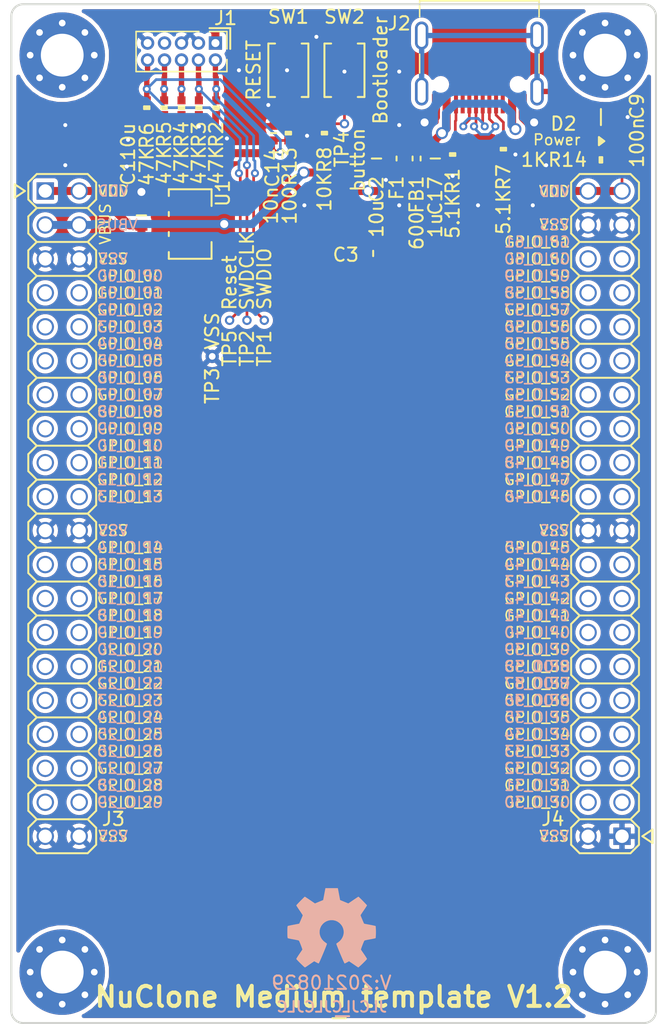
<source format=kicad_pcb>
(kicad_pcb (version 20171130) (host pcbnew 5.1.10-88a1d61d58~90~ubuntu21.04.1)
  (layers (0 F.Cu signal) (31 B.Cu signal) (34 B.Paste user) (35 F.Paste user) (36 B.SilkS user) (37 F.SilkS user) (38 B.Mask user) (39 F.Mask user) (44 Edge.Cuts user))
  (net 0 "")
  (net 1 /VBUS)
  (net 2 "Net-(F1-Pad2)")
  (net 3 /VDD)
  (net 4 "Net-(C9-Pad2)")
  (net 5 /VSS)
  (net 6 "Net-(J1-Pad7)")
  (net 7 /GPIO_28)
  (net 8 /GPIO_29)
  (net 9 /GPIO_32)
  (net 10 /GPIO_31)
  (net 11 /GPIO_30)
  (net 12 /GPIO_35)
  (net 13 /GPIO_34)
  (net 14 /GPIO_33)
  (net 15 /TMS)
  (net 16 /TCK)
  (net 17 /TDO)
  (net 18 /TDI)
  (net 19 /RESET)
  (net 20 "Net-(R13-Pad2)")
  (net 21 "Net-(D2-Pad2)")
  (net 22 "Net-(C17-Pad2)")
  (net 23 "Net-(J2-PadB5)")
  (net 24 "Net-(J2-PadB8)")
  (net 25 "Net-(J2-PadA8)")
  (net 26 "Net-(J2-PadA5)")
  (net 27 "Net-(J2-PadA6)")
  (net 28 "Net-(J2-PadA7)")
  (net 29 /Bootloader)
  (net 30 /GPIO_20)
  (net 31 /GPIO_23)
  (net 32 /GPIO_27)
  (net 33 /GPIO_16)
  (net 34 /GPIO_21)
  (net 35 /GPIO_19)
  (net 36 /GPIO_17)
  (net 37 /GPIO_18)
  (net 38 /GPIO_15)
  (net 39 /GPIO_14)
  (net 40 /GPIO_22)
  (net 41 /GPIO_24)
  (net 42 /GPIO_25)
  (net 43 /GPIO_26)
  (net 44 /GPIO_13)
  (net 45 /GPIO_12)
  (net 46 /GPIO_11)
  (net 47 /GPIO_10)
  (net 48 /GPIO_09)
  (net 49 /GPIO_08)
  (net 50 /GPIO_07)
  (net 51 /GPIO_06)
  (net 52 /GPIO_05)
  (net 53 /GPIO_04)
  (net 54 /GPIO_03)
  (net 55 /GPIO_02)
  (net 56 /GPIO_01)
  (net 57 /GPIO_00)
  (net 58 /GPIO_41)
  (net 59 /GPIO_40)
  (net 60 /GPIO_39)
  (net 61 /GPIO_38)
  (net 62 /GPIO_37)
  (net 63 /GPIO_36)
  (net 64 /GPIO_45)
  (net 65 /GPIO_44)
  (net 66 /GPIO_43)
  (net 67 /GPIO_42)
  (net 68 /GPIO_61)
  (net 69 /GPIO_60)
  (net 70 /GPIO_59)
  (net 71 /GPIO_58)
  (net 72 /GPIO_57)
  (net 73 /GPIO_56)
  (net 74 /GPIO_55)
  (net 75 /GPIO_54)
  (net 76 /GPIO_53)
  (net 77 /GPIO_52)
  (net 78 /GPIO_51)
  (net 79 /GPIO_50)
  (net 80 /GPIO_49)
  (net 81 /GPIO_48)
  (net 82 /GPIO_47)
  (net 83 /GPIO_46)
  (module SquantorConnectorsNamed:nuclone_medium_left (layer F.Cu) (at 64.77 99.06 270)
    (fp_text reference J3 (at 22.84 -3.83 180) (layer F.SilkS))
    (fp_text value nuclone_medium_left)
    (fp_text user VSS (at 24.13 -3.81) (layer F.SilkS) (effects (font (size 0.8 0.8) (thickness 0.12))))
    (fp_text user GPIO_29 (at 21.59 -5.08) (layer F.SilkS) (effects (font (size 0.8 0.8) (thickness 0.12))))
    (fp_text user GPIO_28 (at 20.32 -5.08) (layer F.SilkS) (effects (font (size 0.8 0.8) (thickness 0.12))))
    (fp_text user GPIO_27 (at 19.05 -5.08) (layer F.SilkS) (effects (font (size 0.8 0.8) (thickness 0.12))))
    (fp_text user GPIO_26 (at 17.78 -5.08) (layer F.SilkS) (effects (font (size 0.8 0.8) (thickness 0.12))))
    (fp_text user GPIO_25 (at 16.51 -5.08) (layer F.SilkS) (effects (font (size 0.8 0.8) (thickness 0.12))))
    (fp_text user GPIO_24 (at 15.24 -5.08) (layer F.SilkS) (effects (font (size 0.8 0.8) (thickness 0.12))))
    (fp_text user GPIO_23 (at 13.97 -5.08) (layer F.SilkS) (effects (font (size 0.8 0.8) (thickness 0.12))))
    (fp_text user GPIO_22 (at 12.7 -5.08) (layer F.SilkS) (effects (font (size 0.8 0.8) (thickness 0.12))))
    (fp_text user GPIO_21 (at 11.43 -5.08) (layer F.SilkS) (effects (font (size 0.8 0.8) (thickness 0.12))))
    (fp_text user GPIO_20 (at 10.16 -5.08) (layer F.SilkS) (effects (font (size 0.8 0.8) (thickness 0.12))))
    (fp_text user GPIO_19 (at 8.89 -5.08) (layer F.SilkS) (effects (font (size 0.8 0.8) (thickness 0.12))))
    (fp_text user GPIO_18 (at 7.62 -5.08) (layer F.SilkS) (effects (font (size 0.8 0.8) (thickness 0.12))))
    (fp_text user GPIO_17 (at 6.35 -5.08) (layer F.SilkS) (effects (font (size 0.8 0.8) (thickness 0.12))))
    (fp_text user GPIO_16 (at 5.08 -5.08) (layer F.SilkS) (effects (font (size 0.8 0.8) (thickness 0.12))))
    (fp_text user GPIO_15 (at 3.81 -5.08) (layer F.SilkS) (effects (font (size 0.8 0.8) (thickness 0.12))))
    (fp_text user GPIO_14 (at 2.54 -5.08) (layer F.SilkS) (effects (font (size 0.8 0.8) (thickness 0.12))))
    (fp_text user VSS (at 1.27 -3.81 180) (layer F.SilkS) (effects (font (size 0.8 0.8) (thickness 0.12))))
    (fp_text user GPIO_13 (at -1.27 -5.08) (layer F.SilkS) (effects (font (size 0.8 0.8) (thickness 0.12))))
    (fp_text user GPIO_12 (at -2.54 -5.08) (layer F.SilkS) (effects (font (size 0.8 0.8) (thickness 0.12))))
    (fp_text user GPIO_11 (at -3.81 -5.08) (layer F.SilkS) (effects (font (size 0.8 0.8) (thickness 0.12))))
    (fp_text user GPIO_10 (at -5.08 -5.08) (layer F.SilkS) (effects (font (size 0.8 0.8) (thickness 0.12))))
    (fp_text user GPIO_09 (at -6.35 -5.08) (layer F.SilkS) (effects (font (size 0.8 0.8) (thickness 0.12))))
    (fp_text user GPIO_08 (at -7.62 -5.08) (layer F.SilkS) (effects (font (size 0.8 0.8) (thickness 0.12))))
    (fp_text user GPIO_07 (at -8.89 -5.08) (layer F.SilkS) (effects (font (size 0.8 0.8) (thickness 0.12))))
    (fp_text user GPIO_06 (at -10.16 -5.08) (layer F.SilkS) (effects (font (size 0.8 0.8) (thickness 0.12))))
    (fp_text user GPIO_05 (at -11.43 -5.08) (layer F.SilkS) (effects (font (size 0.8 0.8) (thickness 0.12))))
    (fp_text user GPIO_04 (at -12.7 -5.08) (layer F.SilkS) (effects (font (size 0.8 0.8) (thickness 0.12))))
    (fp_text user GPIO_03 (at -13.97 -5.08) (layer F.SilkS) (effects (font (size 0.8 0.8) (thickness 0.12))))
    (fp_text user GPIO_02 (at -15.24 -5.08) (layer F.SilkS) (effects (font (size 0.8 0.8) (thickness 0.12))))
    (fp_text user GPIO_01 (at -16.51 -5.08) (layer F.SilkS) (effects (font (size 0.8 0.8) (thickness 0.12))))
    (fp_text user GPIO_00 (at -17.78 -5.08) (layer F.SilkS) (effects (font (size 0.8 0.8) (thickness 0.12))))
    (fp_text user VSS (at -19.05 -3.8) (layer F.SilkS) (effects (font (size 0.8 0.8) (thickness 0.12))))
    (fp_text user VBUS (at -21.66 -3.23 270) (layer F.SilkS) (effects (font (size 0.8 0.8) (thickness 0.12))))
    (fp_text user VDD (at -24.13 -3.83 180) (layer F.SilkS) (effects (font (size 0.8 0.8) (thickness 0.12))))
    (fp_text user VSS (at 24.13 -3.81) (layer B.SilkS) (effects (font (size 0.8 0.8) (thickness 0.12)) (justify mirror)))
    (fp_text user GPIO_28 (at 20.32 -5.08) (layer B.SilkS) (effects (font (size 0.8 0.8) (thickness 0.12)) (justify mirror)))
    (fp_text user GPIO_29 (at 21.59 -5.08) (layer B.SilkS) (effects (font (size 0.8 0.8) (thickness 0.12)) (justify mirror)))
    (fp_text user VSS (at 1.27 -3.81) (layer B.SilkS) (effects (font (size 0.8 0.8) (thickness 0.12)) (justify mirror)))
    (fp_text user GPIO_15 (at 3.82 -5.08) (layer B.SilkS) (effects (font (size 0.8 0.8) (thickness 0.12)) (justify mirror)))
    (fp_text user GPIO_26 (at 17.78 -5.08) (layer B.SilkS) (effects (font (size 0.8 0.8) (thickness 0.12)) (justify mirror)))
    (fp_text user GPIO_24 (at 15.24 -5.08) (layer B.SilkS) (effects (font (size 0.8 0.8) (thickness 0.12)) (justify mirror)))
    (fp_text user GPIO_22 (at 12.7 -5.08) (layer B.SilkS) (effects (font (size 0.8 0.8) (thickness 0.12)) (justify mirror)))
    (fp_text user GPIO_20 (at 10.16 -5.08) (layer B.SilkS) (effects (font (size 0.8 0.8) (thickness 0.12)) (justify mirror)))
    (fp_text user GPIO_18 (at 7.62 -5.08) (layer B.SilkS) (effects (font (size 0.8 0.8) (thickness 0.12)) (justify mirror)))
    (fp_text user GPIO_27 (at 19.05 -5.08) (layer B.SilkS) (effects (font (size 0.8 0.8) (thickness 0.12)) (justify mirror)))
    (fp_text user GPIO_25 (at 16.51 -5.08) (layer B.SilkS) (effects (font (size 0.8 0.8) (thickness 0.12)) (justify mirror)))
    (fp_text user GPIO_23 (at 13.97 -5.08) (layer B.SilkS) (effects (font (size 0.8 0.8) (thickness 0.12)) (justify mirror)))
    (fp_text user GPIO_21 (at 11.43 -5.08) (layer B.SilkS) (effects (font (size 0.8 0.8) (thickness 0.12)) (justify mirror)))
    (fp_text user GPIO_19 (at 8.89 -5.08) (layer B.SilkS) (effects (font (size 0.8 0.8) (thickness 0.12)) (justify mirror)))
    (fp_text user GPIO_16 (at 5.08 -5.08) (layer B.SilkS) (effects (font (size 0.8 0.8) (thickness 0.12)) (justify mirror)))
    (fp_text user GPIO_17 (at 6.35 -5.08) (layer B.SilkS) (effects (font (size 0.8 0.8) (thickness 0.12)) (justify mirror)))
    (fp_text user GPIO_14 (at 2.54 -5.08) (layer B.SilkS) (effects (font (size 0.8 0.8) (thickness 0.12)) (justify mirror)))
    (fp_text user VBUS (at -21.59 -4.1) (layer B.SilkS) (effects (font (size 0.8 0.8) (thickness 0.12)) (justify mirror)))
    (fp_text user VDD (at -24.13 -3.81) (layer B.SilkS) (effects (font (size 0.8 0.8) (thickness 0.12)) (justify mirror)))
    (fp_text user GPIO_12 (at -2.54 -5.08) (layer B.SilkS) (effects (font (size 0.8 0.8) (thickness 0.12)) (justify mirror)))
    (fp_text user GPIO_10 (at -5.08 -5.08) (layer B.SilkS) (effects (font (size 0.8 0.8) (thickness 0.12)) (justify mirror)))
    (fp_text user GPIO_08 (at -7.62 -5.08) (layer B.SilkS) (effects (font (size 0.8 0.8) (thickness 0.12)) (justify mirror)))
    (fp_text user GPIO_06 (at -10.16 -5.08) (layer B.SilkS) (effects (font (size 0.8 0.8) (thickness 0.12)) (justify mirror)))
    (fp_text user GPIO_04 (at -12.7 -5.08) (layer B.SilkS) (effects (font (size 0.8 0.8) (thickness 0.12)) (justify mirror)))
    (fp_text user GPIO_13 (at -1.27 -5.08) (layer B.SilkS) (effects (font (size 0.8 0.8) (thickness 0.12)) (justify mirror)))
    (fp_text user GPIO_11 (at -3.81 -5.08) (layer B.SilkS) (effects (font (size 0.8 0.8) (thickness 0.12)) (justify mirror)))
    (fp_text user GPIO_09 (at -6.35 -5.08) (layer B.SilkS) (effects (font (size 0.8 0.8) (thickness 0.12)) (justify mirror)))
    (fp_text user GPIO_07 (at -8.89 -5.08) (layer B.SilkS) (effects (font (size 0.8 0.8) (thickness 0.12)) (justify mirror)))
    (fp_text user GPIO_05 (at -11.43 -5.08) (layer B.SilkS) (effects (font (size 0.8 0.8) (thickness 0.12)) (justify mirror)))
    (fp_text user GPIO_03 (at -13.97 -5.08) (layer B.SilkS) (effects (font (size 0.8 0.8) (thickness 0.12)) (justify mirror)))
    (fp_text user GPIO_02 (at -15.24 -5.08) (layer B.SilkS) (effects (font (size 0.8 0.8) (thickness 0.12)) (justify mirror)))
    (fp_text user GPIO_01 (at -16.51 -5.08) (layer B.SilkS) (effects (font (size 0.8 0.8) (thickness 0.12)) (justify mirror)))
    (fp_text user GPIO_00 (at -17.78 -5.08) (layer B.SilkS) (effects (font (size 0.8 0.8) (thickness 0.12)) (justify mirror)))
    (fp_text user VSS (at -19.05 -3.81) (layer B.SilkS) (effects (font (size 0.8 0.8) (thickness 0.12)) (justify mirror)))
    (pad 37 thru_hole circle (at 21.59 1.27 270) (size 1.3 1.3) (drill 1) (layers *.Cu *.Mask) (net 7 /GPIO_28))
    (pad 29 thru_hole circle (at 11.43 1.27 270) (size 1.3 1.3) (drill 1) (layers *.Cu *.Mask) (net 30 /GPIO_20))
    (pad 32 thru_hole circle (at 13.97 -1.27 270) (size 1.3 1.3) (drill 1) (layers *.Cu *.Mask) (net 31 /GPIO_23))
    (pad 40 thru_hole circle (at 24.13 -1.27 270) (size 1.3 1.3) (drill 1) (layers *.Cu *.Mask) (net 5 /VSS))
    (pad 36 thru_hole circle (at 19.05 -1.27 270) (size 1.3 1.3) (drill 1) (layers *.Cu *.Mask) (net 32 /GPIO_27))
    (pad 38 thru_hole circle (at 21.59 -1.27 270) (size 1.3 1.3) (drill 1) (layers *.Cu *.Mask) (net 8 /GPIO_29))
    (pad 25 thru_hole circle (at 6.35 1.27 270) (size 1.3 1.3) (drill 1) (layers *.Cu *.Mask) (net 33 /GPIO_16))
    (pad 30 thru_hole circle (at 11.43 -1.27 270) (size 1.3 1.3) (drill 1) (layers *.Cu *.Mask) (net 34 /GPIO_21))
    (pad 28 thru_hole circle (at 8.89 -1.27 270) (size 1.3 1.3) (drill 1) (layers *.Cu *.Mask) (net 35 /GPIO_19))
    (pad 26 thru_hole circle (at 6.35 -1.27 270) (size 1.3 1.3) (drill 1) (layers *.Cu *.Mask) (net 36 /GPIO_17))
    (pad 27 thru_hole circle (at 8.89 1.27 270) (size 1.3 1.3) (drill 1) (layers *.Cu *.Mask) (net 37 /GPIO_18))
    (pad 24 thru_hole circle (at 3.81 -1.27 270) (size 1.3 1.3) (drill 1) (layers *.Cu *.Mask) (net 38 /GPIO_15))
    (pad 39 thru_hole circle (at 24.13 1.27 270) (size 1.3 1.3) (drill 1) (layers *.Cu *.Mask) (net 5 /VSS))
    (pad 21 thru_hole circle (at 1.27 1.27 270) (size 1.3 1.3) (drill 1) (layers *.Cu *.Mask) (net 5 /VSS))
    (pad 23 thru_hole circle (at 3.81 1.27 270) (size 1.3 1.3) (drill 1) (layers *.Cu *.Mask) (net 39 /GPIO_14))
    (pad 31 thru_hole circle (at 13.97 1.27 270) (size 1.3 1.3) (drill 1) (layers *.Cu *.Mask) (net 40 /GPIO_22))
    (pad 33 thru_hole circle (at 16.51 1.27 270) (size 1.3 1.3) (drill 1) (layers *.Cu *.Mask) (net 41 /GPIO_24))
    (pad 34 thru_hole circle (at 16.51 -1.27 270) (size 1.3 1.3) (drill 1) (layers *.Cu *.Mask) (net 42 /GPIO_25))
    (pad 35 thru_hole circle (at 19.05 1.27 270) (size 1.3 1.3) (drill 1) (layers *.Cu *.Mask) (net 43 /GPIO_26))
    (pad 22 thru_hole circle (at 1.27 -1.27 270) (size 1.3 1.3) (drill 1) (layers *.Cu *.Mask) (net 5 /VSS))
    (pad 20 thru_hole circle (at -1.27 -1.27 270) (size 1.3 1.3) (drill 1) (layers *.Cu *.Mask) (net 44 /GPIO_13))
    (pad 19 thru_hole circle (at -1.27 1.27 270) (size 1.3 1.3) (drill 1) (layers *.Cu *.Mask) (net 45 /GPIO_12))
    (pad 18 thru_hole circle (at -3.81 -1.27 270) (size 1.3 1.3) (drill 1) (layers *.Cu *.Mask) (net 46 /GPIO_11))
    (pad 17 thru_hole circle (at -3.81 1.27 270) (size 1.3 1.3) (drill 1) (layers *.Cu *.Mask) (net 47 /GPIO_10))
    (pad 16 thru_hole circle (at -6.35 -1.27 270) (size 1.3 1.3) (drill 1) (layers *.Cu *.Mask) (net 48 /GPIO_09))
    (pad 15 thru_hole circle (at -6.35 1.27 270) (size 1.3 1.3) (drill 1) (layers *.Cu *.Mask) (net 49 /GPIO_08))
    (pad 14 thru_hole circle (at -8.89 -1.27 270) (size 1.3 1.3) (drill 1) (layers *.Cu *.Mask) (net 50 /GPIO_07))
    (pad 13 thru_hole circle (at -8.89 1.27 270) (size 1.3 1.3) (drill 1) (layers *.Cu *.Mask) (net 51 /GPIO_06))
    (pad 12 thru_hole circle (at -11.43 -1.27 270) (size 1.3 1.3) (drill 1) (layers *.Cu *.Mask) (net 52 /GPIO_05))
    (pad 11 thru_hole circle (at -11.43 1.27 270) (size 1.3 1.3) (drill 1) (layers *.Cu *.Mask) (net 53 /GPIO_04))
    (pad 10 thru_hole circle (at -13.97 -1.27 270) (size 1.3 1.3) (drill 1) (layers *.Cu *.Mask) (net 54 /GPIO_03))
    (pad 9 thru_hole circle (at -13.97 1.27 270) (size 1.3 1.3) (drill 1) (layers *.Cu *.Mask) (net 55 /GPIO_02))
    (pad 8 thru_hole circle (at -16.51 -1.27 270) (size 1.3 1.3) (drill 1) (layers *.Cu *.Mask) (net 56 /GPIO_01))
    (pad 7 thru_hole circle (at -16.51 1.27 270) (size 1.3 1.3) (drill 1) (layers *.Cu *.Mask) (net 57 /GPIO_00))
    (pad 6 thru_hole circle (at -19.05 -1.27 270) (size 1.3 1.3) (drill 1) (layers *.Cu *.Mask) (net 5 /VSS))
    (pad 5 thru_hole circle (at -19.05 1.27 270) (size 1.3 1.3) (drill 1) (layers *.Cu *.Mask) (net 5 /VSS))
    (pad 4 thru_hole circle (at -21.59 -1.27 270) (size 1.3 1.3) (drill 1) (layers *.Cu *.Mask) (net 1 /VBUS))
    (pad 3 thru_hole circle (at -21.59 1.27 270) (size 1.3 1.3) (drill 1) (layers *.Cu *.Mask) (net 1 /VBUS))
    (pad 2 thru_hole circle (at -24.13 -1.27 270) (size 1.3 1.3) (drill 1) (layers *.Cu *.Mask) (net 3 /VDD))
    (pad 1 thru_hole rect (at -24.13 1.27 270) (size 1.3 1.3) (drill 1) (layers *.Cu *.Mask) (net 3 /VDD))
  )
  (module SquantorConnectorsNamed:nuclone_medium_right (layer F.Cu) (at 105.41 99.06 90)
    (fp_text reference J4 (at -22.84 -3.91 180) (layer F.SilkS))
    (fp_text value nuclone_medium_right)
    (fp_text user PIO0_9 (at -13.97 -4.71 180) (layer B.SilkS) (effects (font (size 0.8 0.8) (thickness 0.12)) (justify mirror)))
    (fp_text user PIO0_8 (at -12.7 -4.71 180) (layer B.SilkS) (effects (font (size 0.8 0.8) (thickness 0.12)) (justify mirror)))
    (fp_text user PIO1_5 (at -11.44 -4.71 180) (layer B.SilkS) (effects (font (size 0.8 0.8) (thickness 0.12)) (justify mirror)))
    (fp_text user VDD (at 24.1 -3.8) (layer F.SilkS) (effects (font (size 0.8 0.8) (thickness 0.12))))
    (fp_text user VSS (at 21.6 -3.8) (layer F.SilkS) (effects (font (size 0.8 0.8) (thickness 0.12))))
    (fp_text user VSS (at -1.27 -3.81 180) (layer F.SilkS) (effects (font (size 0.8 0.8) (thickness 0.12))))
    (fp_text user GPIO_58 (at 16.51 -5.08 180) (layer F.SilkS) (effects (font (size 0.8 0.8) (thickness 0.12))))
    (fp_text user GPIO_55 (at 12.7 -5.08 180) (layer F.SilkS) (effects (font (size 0.8 0.8) (thickness 0.12))))
    (fp_text user GPIO_50 (at 6.35 -5.08 180) (layer F.SilkS) (effects (font (size 0.8 0.8) (thickness 0.12))))
    (fp_text user GPIO_57 (at 15.24 -5.08 180) (layer F.SilkS) (effects (font (size 0.8 0.8) (thickness 0.12))))
    (fp_text user GPIO_46 (at 1.27 -5.08 180) (layer F.SilkS) (effects (font (size 0.8 0.8) (thickness 0.12))))
    (fp_text user GPIO_60 (at 19.05 -5.08 180) (layer F.SilkS) (effects (font (size 0.8 0.8) (thickness 0.12))))
    (fp_text user GPIO_48 (at 3.81 -5.08 180) (layer F.SilkS) (effects (font (size 0.8 0.8) (thickness 0.12))))
    (fp_text user GPIO_53 (at 10.16 -5.08 180) (layer F.SilkS) (effects (font (size 0.8 0.8) (thickness 0.12))))
    (fp_text user GPIO_51 (at 7.62 -5.08 180) (layer F.SilkS) (effects (font (size 0.8 0.8) (thickness 0.12))))
    (fp_text user GPIO_54 (at 11.43 -5.08 180) (layer F.SilkS) (effects (font (size 0.8 0.8) (thickness 0.12))))
    (fp_text user GPIO_56 (at 13.97 -5.08 180) (layer F.SilkS) (effects (font (size 0.8 0.8) (thickness 0.12))))
    (fp_text user GPIO_49 (at 5.08 -5.08 180) (layer F.SilkS) (effects (font (size 0.8 0.8) (thickness 0.12))))
    (fp_text user GPIO_47 (at 2.54 -5.08 180) (layer F.SilkS) (effects (font (size 0.8 0.8) (thickness 0.12))))
    (fp_text user GPIO_52 (at 8.89 -5.08 180) (layer F.SilkS) (effects (font (size 0.8 0.8) (thickness 0.12))))
    (fp_text user GPIO_61 (at 20.32 -5.08 180) (layer F.SilkS) (effects (font (size 0.8 0.8) (thickness 0.12))))
    (fp_text user GPIO_59 (at 17.78 -5.08 180) (layer F.SilkS) (effects (font (size 0.8 0.8) (thickness 0.12))))
    (fp_text user GPIO_45 (at -2.54 -5.08 180) (layer F.SilkS) (effects (font (size 0.8 0.8) (thickness 0.12))))
    (fp_text user GPIO_44 (at -3.81 -5.08 180) (layer F.SilkS) (effects (font (size 0.8 0.8) (thickness 0.12))))
    (fp_text user GPIO_43 (at -5.08 -5.08 180) (layer F.SilkS) (effects (font (size 0.8 0.8) (thickness 0.12))))
    (fp_text user GPIO_42 (at -6.35 -5.08 180) (layer F.SilkS) (effects (font (size 0.8 0.8) (thickness 0.12))))
    (fp_text user GPIO_41 (at -7.62 -5.08 180) (layer F.SilkS) (effects (font (size 0.8 0.8) (thickness 0.12))))
    (fp_text user GPIO_40 (at -8.89 -5.08 180) (layer F.SilkS) (effects (font (size 0.8 0.8) (thickness 0.12))))
    (fp_text user GPIO_39 (at -10.16 -5.08 180) (layer F.SilkS) (effects (font (size 0.8 0.8) (thickness 0.12))))
    (fp_text user GPIO_38 (at -11.43 -5.08 180) (layer F.SilkS) (effects (font (size 0.8 0.8) (thickness 0.12))))
    (fp_text user GPIO_37 (at -12.7 -5.08 180) (layer F.SilkS) (effects (font (size 0.8 0.8) (thickness 0.12))))
    (fp_text user GPIO_36 (at -13.97 -5.08 180) (layer F.SilkS) (effects (font (size 0.8 0.8) (thickness 0.12))))
    (fp_text user GPIO_35 (at -15.24 -5.08 180) (layer F.SilkS) (effects (font (size 0.8 0.8) (thickness 0.12))))
    (fp_text user GPIO_34 (at -16.51 -5.08 180) (layer F.SilkS) (effects (font (size 0.8 0.8) (thickness 0.12))))
    (fp_text user GPIO_33 (at -17.78 -5.08 180) (layer F.SilkS) (effects (font (size 0.8 0.8) (thickness 0.12))))
    (fp_text user GPIO_32 (at -19.05 -5.08 180) (layer F.SilkS) (effects (font (size 0.8 0.8) (thickness 0.12))))
    (fp_text user GPIO_31 (at -20.32 -5.08 180) (layer F.SilkS) (effects (font (size 0.8 0.8) (thickness 0.12))))
    (fp_text user GPIO_30 (at -21.59 -5.08 180) (layer F.SilkS) (effects (font (size 0.8 0.8) (thickness 0.12))))
    (fp_text user VSS (at -24.13 -3.81 180) (layer F.SilkS) (effects (font (size 0.8 0.8) (thickness 0.12))))
    (fp_text user GPIO_45 (at -2.54 -5.08 180) (layer B.SilkS) (effects (font (size 0.8 0.8) (thickness 0.12)) (justify mirror)))
    (fp_text user GPIO_44 (at -3.81 -5.08 180) (layer B.SilkS) (effects (font (size 0.8 0.8) (thickness 0.12)) (justify mirror)))
    (fp_text user VSS (at -24.13 -3.8 180) (layer B.SilkS) (effects (font (size 0.8 0.8) (thickness 0.12)) (justify mirror)))
    (fp_text user GPIO_38 (at -11.43 -5.08 180) (layer B.SilkS) (effects (font (size 0.8 0.8) (thickness 0.12)) (justify mirror)))
    (fp_text user GPIO_36 (at -13.97 -5.08 180) (layer B.SilkS) (effects (font (size 0.8 0.8) (thickness 0.12)) (justify mirror)))
    (fp_text user GPIO_34 (at -16.51 -5.08 180) (layer B.SilkS) (effects (font (size 0.8 0.8) (thickness 0.12)) (justify mirror)))
    (fp_text user GPIO_42 (at -6.35 -5.08 180) (layer B.SilkS) (effects (font (size 0.8 0.8) (thickness 0.12)) (justify mirror)))
    (fp_text user GPIO_40 (at -8.89 -5.08 180) (layer B.SilkS) (effects (font (size 0.8 0.8) (thickness 0.12)) (justify mirror)))
    (fp_text user GPIO_32 (at -19.05 -5.08 180) (layer B.SilkS) (effects (font (size 0.8 0.8) (thickness 0.12)) (justify mirror)))
    (fp_text user GPIO_30 (at -21.59 -5.08 180) (layer B.SilkS) (effects (font (size 0.8 0.8) (thickness 0.12)) (justify mirror)))
    (fp_text user GPIO_43 (at -5.08 -5.08 180) (layer B.SilkS) (effects (font (size 0.8 0.8) (thickness 0.12)) (justify mirror)))
    (fp_text user GPIO_41 (at -7.63 -5.08 180) (layer B.SilkS) (effects (font (size 0.8 0.8) (thickness 0.12)) (justify mirror)))
    (fp_text user GPIO_39 (at -10.16 -5.08 180) (layer B.SilkS) (effects (font (size 0.8 0.8) (thickness 0.12)) (justify mirror)))
    (fp_text user GPIO_37 (at -12.7 -5.08 180) (layer B.SilkS) (effects (font (size 0.8 0.8) (thickness 0.12)) (justify mirror)))
    (fp_text user GPIO_35 (at -15.24 -5.08 180) (layer B.SilkS) (effects (font (size 0.8 0.8) (thickness 0.12)) (justify mirror)))
    (fp_text user GPIO_33 (at -17.78 -5.08 180) (layer B.SilkS) (effects (font (size 0.8 0.8) (thickness 0.12)) (justify mirror)))
    (fp_text user GPIO_31 (at -20.33 -5.08 180) (layer B.SilkS) (effects (font (size 0.8 0.8) (thickness 0.12)) (justify mirror)))
    (fp_text user VSS (at -1.27 -3.81 180) (layer B.SilkS) (effects (font (size 0.8 0.8) (thickness 0.12)) (justify mirror)))
    (fp_text user GPIO_56 (at 13.97 -5.08 180) (layer B.SilkS) (effects (font (size 0.8 0.8) (thickness 0.12)) (justify mirror)))
    (fp_text user GPIO_54 (at 11.43 -5.08 180) (layer B.SilkS) (effects (font (size 0.8 0.8) (thickness 0.12)) (justify mirror)))
    (fp_text user GPIO_52 (at 8.89 -5.08 180) (layer B.SilkS) (effects (font (size 0.8 0.8) (thickness 0.12)) (justify mirror)))
    (fp_text user GPIO_60 (at 19.05 -5.08 180) (layer B.SilkS) (effects (font (size 0.8 0.8) (thickness 0.12)) (justify mirror)))
    (fp_text user GPIO_58 (at 16.51 -5.08 180) (layer B.SilkS) (effects (font (size 0.8 0.8) (thickness 0.12)) (justify mirror)))
    (fp_text user GPIO_50 (at 6.35 -5.08 180) (layer B.SilkS) (effects (font (size 0.8 0.8) (thickness 0.12)) (justify mirror)))
    (fp_text user GPIO_48 (at 3.81 -5.08 180) (layer B.SilkS) (effects (font (size 0.8 0.8) (thickness 0.12)) (justify mirror)))
    (fp_text user GPIO_46 (at 1.27 -5.08 180) (layer B.SilkS) (effects (font (size 0.8 0.8) (thickness 0.12)) (justify mirror)))
    (fp_text user VDD (at 24.1 -3.8 180) (layer B.SilkS) (effects (font (size 0.8 0.8) (thickness 0.12)) (justify mirror)))
    (fp_text user GPIO_61 (at 20.32 -5.08 180) (layer B.SilkS) (effects (font (size 0.8 0.8) (thickness 0.12)) (justify mirror)))
    (fp_text user GPIO_59 (at 17.78 -5.08 180) (layer B.SilkS) (effects (font (size 0.8 0.8) (thickness 0.12)) (justify mirror)))
    (fp_text user GPIO_57 (at 15.24 -5.08 180) (layer B.SilkS) (effects (font (size 0.8 0.8) (thickness 0.12)) (justify mirror)))
    (fp_text user GPIO_55 (at 12.7 -5.08 180) (layer B.SilkS) (effects (font (size 0.8 0.8) (thickness 0.12)) (justify mirror)))
    (fp_text user GPIO_53 (at 10.16 -5.08 180) (layer B.SilkS) (effects (font (size 0.8 0.8) (thickness 0.12)) (justify mirror)))
    (fp_text user GPIO_51 (at 7.62 -5.08 180) (layer B.SilkS) (effects (font (size 0.8 0.8) (thickness 0.12)) (justify mirror)))
    (fp_text user GPIO_49 (at 5.08 -5.08 180) (layer B.SilkS) (effects (font (size 0.8 0.8) (thickness 0.12)) (justify mirror)))
    (fp_text user GPIO_47 (at 2.54 -5.08 180) (layer B.SilkS) (effects (font (size 0.8 0.8) (thickness 0.12)) (justify mirror)))
    (fp_text user VSS (at 21.6 -3.8 180) (layer B.SilkS) (effects (font (size 0.8 0.8) (thickness 0.12)) (justify mirror)))
    (pad 5 thru_hole circle (at -19.05 1.27 90) (size 1.3 1.3) (drill 1) (layers *.Cu *.Mask) (net 9 /GPIO_32))
    (pad 4 thru_hole circle (at -21.59 -1.27 90) (size 1.3 1.3) (drill 1) (layers *.Cu *.Mask) (net 10 /GPIO_31))
    (pad 3 thru_hole circle (at -21.59 1.27 90) (size 1.3 1.3) (drill 1) (layers *.Cu *.Mask) (net 11 /GPIO_30))
    (pad 2 thru_hole circle (at -24.13 -1.27 90) (size 1.3 1.3) (drill 1) (layers *.Cu *.Mask) (net 5 /VSS))
    (pad 1 thru_hole rect (at -24.13 1.27 90) (size 1.3 1.3) (drill 1) (layers *.Cu *.Mask) (net 5 /VSS))
    (pad 14 thru_hole circle (at -8.89 -1.27 90) (size 1.3 1.3) (drill 1) (layers *.Cu *.Mask) (net 58 /GPIO_41))
    (pad 13 thru_hole circle (at -8.89 1.27 90) (size 1.3 1.3) (drill 1) (layers *.Cu *.Mask) (net 59 /GPIO_40))
    (pad 12 thru_hole circle (at -11.43 -1.27 90) (size 1.3 1.3) (drill 1) (layers *.Cu *.Mask) (net 60 /GPIO_39))
    (pad 11 thru_hole circle (at -11.43 1.27 90) (size 1.3 1.3) (drill 1) (layers *.Cu *.Mask) (net 61 /GPIO_38))
    (pad 10 thru_hole circle (at -13.97 -1.27 90) (size 1.3 1.3) (drill 1) (layers *.Cu *.Mask) (net 62 /GPIO_37))
    (pad 9 thru_hole circle (at -13.97 1.27 90) (size 1.3 1.3) (drill 1) (layers *.Cu *.Mask) (net 63 /GPIO_36))
    (pad 8 thru_hole circle (at -16.51 -1.27 90) (size 1.3 1.3) (drill 1) (layers *.Cu *.Mask) (net 12 /GPIO_35))
    (pad 7 thru_hole circle (at -16.51 1.27 90) (size 1.3 1.3) (drill 1) (layers *.Cu *.Mask) (net 13 /GPIO_34))
    (pad 6 thru_hole circle (at -19.05 -1.27 90) (size 1.3 1.3) (drill 1) (layers *.Cu *.Mask) (net 14 /GPIO_33))
    (pad 20 thru_hole circle (at -1.27 -1.27 90) (size 1.3 1.3) (drill 1) (layers *.Cu *.Mask) (net 5 /VSS))
    (pad 19 thru_hole circle (at -1.27 1.27 90) (size 1.3 1.3) (drill 1) (layers *.Cu *.Mask) (net 5 /VSS))
    (pad 18 thru_hole circle (at -3.81 -1.27 90) (size 1.3 1.3) (drill 1) (layers *.Cu *.Mask) (net 64 /GPIO_45))
    (pad 17 thru_hole circle (at -3.81 1.27 90) (size 1.3 1.3) (drill 1) (layers *.Cu *.Mask) (net 65 /GPIO_44))
    (pad 16 thru_hole circle (at -6.35 -1.27 90) (size 1.3 1.3) (drill 1) (layers *.Cu *.Mask) (net 66 /GPIO_43))
    (pad 15 thru_hole circle (at -6.35 1.27 90) (size 1.3 1.3) (drill 1) (layers *.Cu *.Mask) (net 67 /GPIO_42))
    (pad 40 thru_hole circle (at 24.13 -1.27 90) (size 1.3 1.3) (drill 1) (layers *.Cu *.Mask) (net 3 /VDD))
    (pad 39 thru_hole circle (at 24.13 1.27 90) (size 1.3 1.3) (drill 1) (layers *.Cu *.Mask) (net 3 /VDD))
    (pad 38 thru_hole circle (at 21.59 -1.27 90) (size 1.3 1.3) (drill 1) (layers *.Cu *.Mask) (net 5 /VSS))
    (pad 37 thru_hole circle (at 21.59 1.27 90) (size 1.3 1.3) (drill 1) (layers *.Cu *.Mask) (net 5 /VSS))
    (pad 36 thru_hole circle (at 19.05 -1.27 90) (size 1.3 1.3) (drill 1) (layers *.Cu *.Mask) (net 68 /GPIO_61))
    (pad 35 thru_hole circle (at 19.05 1.27 90) (size 1.3 1.3) (drill 1) (layers *.Cu *.Mask) (net 69 /GPIO_60))
    (pad 34 thru_hole circle (at 16.51 -1.27 90) (size 1.3 1.3) (drill 1) (layers *.Cu *.Mask) (net 70 /GPIO_59))
    (pad 33 thru_hole circle (at 16.51 1.27 90) (size 1.3 1.3) (drill 1) (layers *.Cu *.Mask) (net 71 /GPIO_58))
    (pad 32 thru_hole circle (at 13.97 -1.27 90) (size 1.3 1.3) (drill 1) (layers *.Cu *.Mask) (net 72 /GPIO_57))
    (pad 31 thru_hole circle (at 13.97 1.27 90) (size 1.3 1.3) (drill 1) (layers *.Cu *.Mask) (net 73 /GPIO_56))
    (pad 30 thru_hole circle (at 11.43 -1.27 90) (size 1.3 1.3) (drill 1) (layers *.Cu *.Mask) (net 74 /GPIO_55))
    (pad 29 thru_hole circle (at 11.43 1.27 90) (size 1.3 1.3) (drill 1) (layers *.Cu *.Mask) (net 75 /GPIO_54))
    (pad 28 thru_hole circle (at 8.89 -1.27 90) (size 1.3 1.3) (drill 1) (layers *.Cu *.Mask) (net 76 /GPIO_53))
    (pad 27 thru_hole circle (at 8.89 1.27 90) (size 1.3 1.3) (drill 1) (layers *.Cu *.Mask) (net 77 /GPIO_52))
    (pad 26 thru_hole circle (at 6.35 -1.27 90) (size 1.3 1.3) (drill 1) (layers *.Cu *.Mask) (net 78 /GPIO_51))
    (pad 25 thru_hole circle (at 6.35 1.27 90) (size 1.3 1.3) (drill 1) (layers *.Cu *.Mask) (net 79 /GPIO_50))
    (pad 24 thru_hole circle (at 3.81 -1.27 90) (size 1.3 1.3) (drill 1) (layers *.Cu *.Mask) (net 80 /GPIO_49))
    (pad 23 thru_hole circle (at 3.81 1.27 90) (size 1.3 1.3) (drill 1) (layers *.Cu *.Mask) (net 81 /GPIO_48))
    (pad 22 thru_hole circle (at 1.27 -1.27 90) (size 1.3 1.3) (drill 1) (layers *.Cu *.Mask) (net 82 /GPIO_47))
    (pad 21 thru_hole circle (at 1.27 1.27 90) (size 1.3 1.3) (drill 1) (layers *.Cu *.Mask) (net 83 /GPIO_46))
  )
  (module SquantorTestPoints:TestPoint_hole_H05R10 (layer F.Cu) (at 76 87.3)
    (fp_text reference TP3 (at 0 2.2 90) (layer F.SilkS))
    (fp_text value VSS (at 0 -1.9 90) (layer F.SilkS))
    (pad 1 thru_hole circle (at 0 0) (size 1 1) (drill 0.5) (layers *.Cu *.Mask) (net 5 /VSS))
  )
  (module SquantorTestPoints:TestPoint_hole_H04R07 (layer F.Cu) (at 77.3 84.6)
    (fp_text reference TP5 (at 0 2.1 90) (layer F.SilkS))
    (fp_text value Reset (at 0 -2.8 90) (layer F.SilkS))
    (pad 1 thru_hole circle (at 0 0) (size 0.7 0.7) (drill 0.4) (layers *.Cu *.Mask) (net 19 /RESET))
  )
  (module SquantorTestPoints:TestPoint_hole_H04R07 (layer F.Cu) (at 79.9 84.6)
    (fp_text reference TP1 (at 0 2.1 90) (layer F.SilkS))
    (fp_text value SWDIO (at 0 -3.1 90) (layer F.SilkS))
    (pad 1 thru_hole circle (at 0 0) (size 0.7 0.7) (drill 0.4) (layers *.Cu *.Mask) (net 15 /TMS))
  )
  (module SquantorTestPoints:TestPoint_hole_H04R07 (layer F.Cu) (at 78.6 84.6)
    (fp_text reference TP2 (at 0 2.1 90) (layer F.SilkS))
    (fp_text value SWDCLK (at 0 -3.7 90) (layer F.SilkS))
    (pad 1 thru_hole circle (at 0 0) (size 0.7 0.7) (drill 0.4) (layers *.Cu *.Mask) (net 16 /TCK))
  )
  (module SquantorRcl:C_0402 (layer F.Cu) (at 88.05 79.6 180)
    (fp_text reference C3 (at 2.05 -0.1) (layer F.SilkS))
    (fp_text value 1u)
    (pad 2 smd rect (at 0.55 0 180) (size 0.6 0.6) (layers F.Cu F.Paste F.Mask) (net 5 /VSS))
    (pad 1 smd rect (at -0.55 0 180) (size 0.6 0.6) (layers F.Cu F.Paste F.Mask) (net 3 /VDD))
  )
  (module SquantorConnectors:Header-0127-2X05-H006 (layer F.Cu) (at 73.7 64.5 180)
    (fp_text reference J1 (at -3.3 2.5) (layer F.SilkS))
    (fp_text value JTAG_2X05)
    (pad 10 thru_hole circle (at 2.54 -0.635 180) (size 1 1) (drill 0.6) (layers *.Cu *.Mask) (net 19 /RESET))
    (pad 9 thru_hole circle (at 2.54 0.635 180) (size 1 1) (drill 0.6) (layers *.Cu *.Mask) (net 5 /VSS))
    (pad 8 thru_hole circle (at 1.27 -0.635 180) (size 1 1) (drill 0.6) (layers *.Cu *.Mask) (net 18 /TDI))
    (pad 7 thru_hole circle (at 1.27 0.635 180) (size 1 1) (drill 0.6) (layers *.Cu *.Mask) (net 6 "Net-(J1-Pad7)"))
    (pad 6 thru_hole circle (at 0 -0.635 180) (size 1 1) (drill 0.6) (layers *.Cu *.Mask) (net 17 /TDO))
    (pad 5 thru_hole circle (at 0 0.635 180) (size 1 1) (drill 0.6) (layers *.Cu *.Mask) (net 5 /VSS))
    (pad 4 thru_hole circle (at -1.27 -0.635 180) (size 1 1) (drill 0.6) (layers *.Cu *.Mask) (net 16 /TCK))
    (pad 3 thru_hole circle (at -1.27 0.635 180) (size 1 1) (drill 0.6) (layers *.Cu *.Mask) (net 5 /VSS))
    (pad 2 thru_hole circle (at -2.54 -0.635 180) (size 1 1) (drill 0.6) (layers *.Cu *.Mask) (net 15 /TMS))
    (pad 1 thru_hole rect (at -2.54 0.635 180) (size 1 1) (drill 0.6) (layers *.Cu *.Mask) (net 3 /VDD))
  )
  (module SquantorIC:SOT89-NXP (layer F.Cu) (at 74 77.4 270)
    (fp_text reference U1 (at -2.3 -2.8 90) (layer F.SilkS))
    (fp_text value MCP1702-MB)
    (pad 2 smd rect (at 0 -1.825 270) (size 1.9 0.85) (layers F.Cu F.Paste) (net 1 /VBUS))
    (pad 2 smd rect (at 0 -0.6 270) (size 1.2 1.2) (layers F.Cu F.Paste) (net 1 /VBUS))
    (pad 3 smd rect (at 1.5 1.75 270) (size 0.6 1) (layers F.Cu F.Paste) (net 3 /VDD))
    (pad 1 smd rect (at -1.5 1.75 270) (size 0.6 1) (layers F.Cu F.Paste) (net 5 /VSS))
    (pad 2 smd rect (at 0 1.75 270) (size 0.6 1) (layers F.Cu F.Paste) (net 1 /VBUS))
    (pad 2 smd rect (at 0 -0.9 270) (size 2 2.8) (layers F.Cu F.Mask) (net 1 /VBUS))
    (pad 3 smd rect (at 1.5 1.75 270) (size 0.7 1.1) (layers F.Cu F.Mask) (net 3 /VDD))
    (pad 2 smd rect (at 0 1.4 270) (size 0.7 1.8) (layers F.Cu F.Mask) (net 1 /VBUS))
    (pad 1 smd rect (at -1.5 1.75 270) (size 0.7 1.1) (layers F.Cu F.Mask) (net 5 /VSS))
  )
  (module SquantorSwitches:TD-85XU (layer F.Cu) (at 85.9 65.9 270)
    (fp_text reference SW2 (at -4 0 180) (layer F.SilkS))
    (fp_text value Bootloader (at 0 -2.7 90) (layer F.SilkS))
    (pad 2 smd rect (at 2.5 0 270) (size 0.9 1.4) (layers F.Cu F.Paste F.Mask) (net 29 /Bootloader))
    (pad 1 smd rect (at -2.5 0 270) (size 0.9 1.4) (layers F.Cu F.Paste F.Mask) (net 5 /VSS))
  )
  (module SquantorSwitches:TD-85XU (layer F.Cu) (at 81.7 65.9 270)
    (fp_text reference SW1 (at -4 0 180) (layer F.SilkS))
    (fp_text value RESET (at 0 2.6 90) (layer F.SilkS))
    (pad 2 smd rect (at 2.5 0 270) (size 0.9 1.4) (layers F.Cu F.Paste F.Mask) (net 20 "Net-(R13-Pad2)"))
    (pad 1 smd rect (at -2.5 0 270) (size 0.9 1.4) (layers F.Cu F.Paste F.Mask) (net 5 /VSS))
  )
  (module SquantorTestPoints:TestPoint_hole_H04R07 (layer F.Cu) (at 85.9 69.9)
    (fp_text reference TP4 (at -0.2 1.9 90) (layer F.SilkS))
    (fp_text value button (at 1 2.7 90) (layer F.SilkS))
    (pad 1 thru_hole circle (at 0 0) (size 0.7 0.7) (drill 0.4) (layers *.Cu *.Mask) (net 29 /Bootloader))
  )
  (module SquantorRcl:R_0402_hand (layer F.Cu) (at 84.4 70.6 270)
    (fp_text reference R8 (at 2 0 90) (layer F.SilkS))
    (fp_text value 10K (at 4.4 0 90) (layer F.SilkS))
    (pad 2 smd rect (at 0.55 0 270) (size 0.6 0.6) (layers F.Cu F.Paste F.Mask) (net 3 /VDD))
    (pad 1 smd rect (at -0.55 0 270) (size 0.6 0.6) (layers F.Cu F.Paste F.Mask) (net 29 /Bootloader))
  )
  (module SquantorRcl:R_0402_hand (layer F.Cu) (at 97.8 71.8 90)
    (fp_text reference R7 (at -2.1 0 90) (layer F.SilkS))
    (fp_text value 5.1K (at -4.7 0 90) (layer F.SilkS))
    (pad 2 smd rect (at 0.55 0 90) (size 0.6 0.6) (layers F.Cu F.Paste F.Mask) (net 26 "Net-(J2-PadA5)"))
    (pad 1 smd rect (at -0.55 0 90) (size 0.6 0.6) (layers F.Cu F.Paste F.Mask) (net 5 /VSS))
  )
  (module SquantorUsb:USB-C-HRO-31-M-12 (layer F.Cu) (at 96 68.4 180)
    (fp_text reference J2 (at 6 6) (layer F.SilkS))
    (fp_text value TYPE-C-31-M-12)
    (pad "" np_thru_hole circle (at -2.89 1.445 180) (size 0.65 0.65) (drill 0.65) (layers *.Cu *.Mask))
    (pad "" np_thru_hole circle (at 2.89 1.445 180) (size 0.65 0.65) (drill 0.65) (layers *.Cu *.Mask))
    (pad S thru_hole oval (at 4.32 5.095 180) (size 1 2.1) (drill oval 0.6 1.7) (layers *.Cu *.Mask) (net 4 "Net-(C9-Pad2)"))
    (pad S thru_hole oval (at -4.32 5.095 180) (size 1 2.1) (drill oval 0.6 1.7) (layers *.Cu *.Mask) (net 4 "Net-(C9-Pad2)"))
    (pad S thru_hole oval (at 4.32 0.915 180) (size 1 2.1) (drill oval 0.6 1.7) (layers *.Cu *.Mask) (net 4 "Net-(C9-Pad2)"))
    (pad S thru_hole oval (at -4.32 0.915 180) (size 1 2.1) (drill oval 0.6 1.7) (layers *.Cu *.Mask) (net 4 "Net-(C9-Pad2)"))
    (pad B1A12 smd rect (at 3.25 0 180) (size 0.6 1.45) (layers F.Cu F.Paste F.Mask) (net 5 /VSS))
    (pad A1B12 smd rect (at -3.25 0 180) (size 0.6 1.45) (layers F.Cu F.Paste F.Mask) (net 5 /VSS))
    (pad B4A9 smd rect (at 2.45 0 180) (size 0.6 1.45) (layers F.Cu F.Paste F.Mask) (net 22 "Net-(C17-Pad2)"))
    (pad A4B9 smd rect (at -2.45 0 180) (size 0.6 1.45) (layers F.Cu F.Paste F.Mask) (net 22 "Net-(C17-Pad2)"))
    (pad B5 smd rect (at 1.75 0 180) (size 0.3 1.45) (layers F.Cu F.Paste F.Mask) (net 23 "Net-(J2-PadB5)"))
    (pad B8 smd rect (at -1.75 0 180) (size 0.3 1.45) (layers F.Cu F.Paste F.Mask) (net 24 "Net-(J2-PadB8)"))
    (pad A8 smd rect (at 1.25 0 180) (size 0.3 1.45) (layers F.Cu F.Paste F.Mask) (net 25 "Net-(J2-PadA8)"))
    (pad A5 smd rect (at -1.25 0 180) (size 0.3 1.45) (layers F.Cu F.Paste F.Mask) (net 26 "Net-(J2-PadA5)"))
    (pad B6 smd rect (at 0.75 0 180) (size 0.3 1.45) (layers F.Cu F.Paste F.Mask) (net 27 "Net-(J2-PadA6)"))
    (pad B7 smd rect (at -0.75 0 180) (size 0.3 1.45) (layers F.Cu F.Paste F.Mask) (net 28 "Net-(J2-PadA7)"))
    (pad A7 smd rect (at 0.25 0 180) (size 0.3 1.45) (layers F.Cu F.Paste F.Mask) (net 28 "Net-(J2-PadA7)"))
    (pad A6 smd rect (at -0.25 0 180) (size 0.3 1.45) (layers F.Cu F.Paste F.Mask) (net 27 "Net-(J2-PadA6)"))
  )
  (module SquantorRcl:C_0603 (layer F.Cu) (at 92.7 72.5 90)
    (fp_text reference C17 (at -2.8 0 90) (layer F.SilkS))
    (fp_text value 1u (at -5 0 90) (layer F.SilkS))
    (pad 2 smd rect (at 0.75 0 90) (size 0.8 0.9) (layers F.Cu F.Paste F.Mask) (net 22 "Net-(C17-Pad2)"))
    (pad 1 smd rect (at -0.75 0 90) (size 0.8 0.9) (layers F.Cu F.Paste F.Mask) (net 5 /VSS))
  )
  (module SquantorDiodes:LED_0603_hand (layer F.Cu) (at 105.15 71.2 180)
    (fp_text reference D2 (at 2.85 1.3) (layer F.SilkS))
    (fp_text value GREEN)
    (pad 2 smd rect (at 0.85 0 180) (size 0.7 0.9) (layers F.Cu F.Paste F.Mask) (net 21 "Net-(D2-Pad2)"))
    (pad 1 smd rect (at -0.85 0 180) (size 0.7 0.9) (layers F.Cu F.Paste F.Mask) (net 5 /VSS))
  )
  (module SquantorRcl:R_0402_hand (layer F.Cu) (at 105.1 72.6)
    (fp_text reference R14 (at -2.5 0) (layer F.SilkS))
    (fp_text value 1K (at -5 0) (layer F.SilkS))
    (pad 2 smd rect (at 0.55 0) (size 0.6 0.6) (layers F.Cu F.Paste F.Mask) (net 3 /VDD))
    (pad 1 smd rect (at -0.55 0) (size 0.6 0.6) (layers F.Cu F.Paste F.Mask) (net 21 "Net-(D2-Pad2)"))
  )
  (module SquantorRcl:C_0402 (layer F.Cu) (at 80.6 70.6 270)
    (fp_text reference C14 (at 2.6 0.1 90) (layer F.SilkS))
    (fp_text value 10n (at 5.4 0.2 90) (layer F.SilkS))
    (pad 2 smd rect (at 0.55 0 270) (size 0.6 0.6) (layers F.Cu F.Paste F.Mask) (net 19 /RESET))
    (pad 1 smd rect (at -0.55 0 270) (size 0.6 0.6) (layers F.Cu F.Paste F.Mask) (net 5 /VSS))
  )
  (module SquantorRcl:R_0402_hand (layer F.Cu) (at 81.7 70.6 90)
    (fp_text reference R13 (at -2.5 0.1 90) (layer F.SilkS))
    (fp_text value 100 (at -5.4 0.1 90) (layer F.SilkS))
    (pad 2 smd rect (at 0.55 0 90) (size 0.6 0.6) (layers F.Cu F.Paste F.Mask) (net 20 "Net-(R13-Pad2)"))
    (pad 1 smd rect (at -0.55 0 90) (size 0.6 0.6) (layers F.Cu F.Paste F.Mask) (net 19 /RESET))
  )
  (module SquantorLabels:Label_Generic (layer F.Cu) (at 85.5 136.2)
    (fp_text reference N4 hide)
    (fp_text value "NuClone Medium template V1.2" (at -0.4 -1) (layer F.SilkS) (effects (font (size 1.5 1.5) (thickness 0.3))))
  )
  (module SquantorRcl:R_0402_hand (layer F.Cu) (at 71.1 68.7 270)
    (fp_text reference R6 (at 2.1 0 90) (layer F.SilkS))
    (fp_text value 47K (at 4.4 0 90) (layer F.SilkS))
    (pad 2 smd rect (at 0.55 0 270) (size 0.6 0.6) (layers F.Cu F.Paste F.Mask) (net 3 /VDD))
    (pad 1 smd rect (at -0.55 0 270) (size 0.6 0.6) (layers F.Cu F.Paste F.Mask) (net 19 /RESET))
  )
  (module SquantorRcl:R_0402_hand (layer F.Cu) (at 72.4 68.7 270)
    (fp_text reference R5 (at 2 0 90) (layer F.SilkS))
    (fp_text value 47K (at 4.3 0 90) (layer F.SilkS))
    (pad 2 smd rect (at 0.55 0 270) (size 0.6 0.6) (layers F.Cu F.Paste F.Mask) (net 3 /VDD))
    (pad 1 smd rect (at -0.55 0 270) (size 0.6 0.6) (layers F.Cu F.Paste F.Mask) (net 18 /TDI))
  )
  (module SquantorRcl:R_0402_hand (layer F.Cu) (at 73.7 68.7 270)
    (fp_text reference R4 (at 2 0 90) (layer F.SilkS))
    (fp_text value 47K (at 4.3 0 90) (layer F.SilkS))
    (pad 2 smd rect (at 0.55 0 270) (size 0.6 0.6) (layers F.Cu F.Paste F.Mask) (net 3 /VDD))
    (pad 1 smd rect (at -0.55 0 270) (size 0.6 0.6) (layers F.Cu F.Paste F.Mask) (net 17 /TDO))
  )
  (module SquantorRcl:R_0402_hand (layer F.Cu) (at 75 68.7 270)
    (fp_text reference R3 (at 2 0 90) (layer F.SilkS))
    (fp_text value 47K (at 4.3 0 90) (layer F.SilkS))
    (pad 2 smd rect (at 0.55 0 270) (size 0.6 0.6) (layers F.Cu F.Paste F.Mask) (net 5 /VSS))
    (pad 1 smd rect (at -0.55 0 270) (size 0.6 0.6) (layers F.Cu F.Paste F.Mask) (net 16 /TCK))
  )
  (module SquantorRcl:R_0402_hand (layer F.Cu) (at 76.3 68.7 270)
    (fp_text reference R2 (at 2 0 90) (layer F.SilkS))
    (fp_text value 47K (at 4.3 0 90) (layer F.SilkS))
    (pad 2 smd rect (at 0.55 0 270) (size 0.6 0.6) (layers F.Cu F.Paste F.Mask) (net 3 /VDD))
    (pad 1 smd rect (at -0.55 0 270) (size 0.6 0.6) (layers F.Cu F.Paste F.Mask) (net 15 /TMS))
  )
  (module SquantorRcl:R_0402_hand (layer F.Cu) (at 94 72.2 90)
    (fp_text reference R1 (at -2 0 90) (layer F.SilkS))
    (fp_text value 5.1K (at -4.6 0 90) (layer F.SilkS))
    (pad 2 smd rect (at 0.55 0 90) (size 0.6 0.6) (layers F.Cu F.Paste F.Mask) (net 23 "Net-(J2-PadB5)"))
    (pad 1 smd rect (at -0.55 0 90) (size 0.6 0.6) (layers F.Cu F.Paste F.Mask) (net 5 /VSS))
  )
  (module SquantorRcl:C_0805 (layer F.Cu) (at 105.1 69.4 180)
    (fp_text reference C9 (at -2.7 0.8 90) (layer F.SilkS))
    (fp_text value 100n (at -2.7 -1.9 90) (layer F.SilkS))
    (pad 2 smd rect (at 1 0 180) (size 1 1.35) (layers F.Cu F.Paste F.Mask) (net 4 "Net-(C9-Pad2)"))
    (pad 1 smd rect (at -1 0 180) (size 1 1.35) (layers F.Cu F.Paste F.Mask) (net 5 /VSS))
  )
  (module SquantorRcl:L_0603 (layer F.Cu) (at 91.3 72.5 90)
    (fp_text reference FB1 (at -2.7 0 90) (layer F.SilkS))
    (fp_text value 600 (at -5.4 0 90) (layer F.SilkS))
    (pad 2 smd rect (at 0.75 0 90) (size 0.8 0.9) (layers F.Cu F.Paste F.Mask) (net 22 "Net-(C17-Pad2)"))
    (pad 1 smd rect (at -0.75 0 90) (size 0.8 0.9) (layers F.Cu F.Paste F.Mask) (net 2 "Net-(F1-Pad2)"))
  )
  (module SquantorRcl:F_0603_hand (layer F.Cu) (at 89.8 72.5 270)
    (fp_text reference F1 (at 2.2 0 90) (layer F.SilkS))
    (fp_text value 0.5A)
    (pad 2 smd rect (at 0.75 0 270) (size 0.8 0.9) (layers F.Cu F.Paste F.Mask) (net 2 "Net-(F1-Pad2)"))
    (pad 1 smd rect (at -0.75 0 270) (size 0.8 0.9) (layers F.Cu F.Paste F.Mask) (net 1 /VBUS))
  )
  (module SquantorRcl:C_0603 (layer F.Cu) (at 88.3 72.5 90)
    (fp_text reference C2 (at -2.3 0 90) (layer F.SilkS))
    (fp_text value 10u (at -4.5 0 90) (layer F.SilkS))
    (pad 2 smd rect (at 0.75 0 90) (size 0.8 0.9) (layers F.Cu F.Paste F.Mask) (net 1 /VBUS))
    (pad 1 smd rect (at -0.75 0 90) (size 0.8 0.9) (layers F.Cu F.Paste F.Mask) (net 5 /VSS))
  )
  (module SquantorRcl:C_0603 (layer F.Cu) (at 70.7 76.75 90)
    (fp_text reference C1 (at 3.2 -1 90) (layer F.SilkS))
    (fp_text value 10u (at 5.5 -1 90) (layer F.SilkS))
    (pad 2 smd rect (at 0.75 0 90) (size 0.8 0.9) (layers F.Cu F.Paste F.Mask) (net 5 /VSS))
    (pad 1 smd rect (at -0.75 0 90) (size 0.8 0.9) (layers F.Cu F.Paste F.Mask) (net 3 /VDD))
  )
  (module SquantorLabels:Label_Generic (layer B.Cu) (at 85.75 136.05 180)
    (fp_text reference N3 hide)
    (fp_text value JLCJLCJLCJLC (at 0.8 0.1) (layer B.SilkS) (effects (font (size 0.8 0.8)) (justify mirror)))
  )
  (module SquantorLabels:Label_version (layer B.Cu) (at 83.45 134.05)
    (fp_text reference N2 hide)
    (fp_text value 20210829 (at 0.8 0.1) (layer B.SilkS) (effects (justify mirror)))
    (fp_text user V: (at 5.3 0.1) (layer B.SilkS) (effects (justify mirror)))
  )
  (module MountingHole:MountingHole_3.2mm_M3_Pad_Via (layer F.Cu) (at 64.77 64.77)
    (fp_text reference H1 hide)
    (fp_text value MountingHole hide)
    (pad 1 thru_hole circle (at 1.697056 -1.697056) (size 0.8 0.8) (drill 0.5) (layers *.Cu *.Mask))
    (pad 1 thru_hole circle (at 0 -2.4) (size 0.8 0.8) (drill 0.5) (layers *.Cu *.Mask))
    (pad 1 thru_hole circle (at -1.697056 -1.697056) (size 0.8 0.8) (drill 0.5) (layers *.Cu *.Mask))
    (pad 1 thru_hole circle (at -2.4 0) (size 0.8 0.8) (drill 0.5) (layers *.Cu *.Mask))
    (pad 1 thru_hole circle (at -1.697056 1.697056) (size 0.8 0.8) (drill 0.5) (layers *.Cu *.Mask))
    (pad 1 thru_hole circle (at 0 2.4) (size 0.8 0.8) (drill 0.5) (layers *.Cu *.Mask))
    (pad 1 thru_hole circle (at 1.697056 1.697056) (size 0.8 0.8) (drill 0.5) (layers *.Cu *.Mask))
    (pad 1 thru_hole circle (at 2.4 0) (size 0.8 0.8) (drill 0.5) (layers *.Cu *.Mask))
    (pad 1 thru_hole circle (at 0 0) (size 6.4 6.4) (drill 3.2) (layers *.Cu *.Mask))
  )
  (module MountingHole:MountingHole_3.2mm_M3_Pad_Via (layer F.Cu) (at 64.77 133.35)
    (fp_text reference H4 hide)
    (fp_text value MountingHole hide)
    (pad 1 thru_hole circle (at 1.697056 -1.697056) (size 0.8 0.8) (drill 0.5) (layers *.Cu *.Mask))
    (pad 1 thru_hole circle (at 0 -2.4) (size 0.8 0.8) (drill 0.5) (layers *.Cu *.Mask))
    (pad 1 thru_hole circle (at -1.697056 -1.697056) (size 0.8 0.8) (drill 0.5) (layers *.Cu *.Mask))
    (pad 1 thru_hole circle (at -2.4 0) (size 0.8 0.8) (drill 0.5) (layers *.Cu *.Mask))
    (pad 1 thru_hole circle (at -1.697056 1.697056) (size 0.8 0.8) (drill 0.5) (layers *.Cu *.Mask))
    (pad 1 thru_hole circle (at 0 2.4) (size 0.8 0.8) (drill 0.5) (layers *.Cu *.Mask))
    (pad 1 thru_hole circle (at 1.697056 1.697056) (size 0.8 0.8) (drill 0.5) (layers *.Cu *.Mask))
    (pad 1 thru_hole circle (at 2.4 0) (size 0.8 0.8) (drill 0.5) (layers *.Cu *.Mask))
    (pad 1 thru_hole circle (at 0 0) (size 6.4 6.4) (drill 3.2) (layers *.Cu *.Mask))
  )
  (module MountingHole:MountingHole_3.2mm_M3_Pad_Via (layer F.Cu) (at 105.41 133.35)
    (fp_text reference H3 hide)
    (fp_text value MountingHole hide)
    (pad 1 thru_hole circle (at 1.697056 -1.697056) (size 0.8 0.8) (drill 0.5) (layers *.Cu *.Mask))
    (pad 1 thru_hole circle (at 0 -2.4) (size 0.8 0.8) (drill 0.5) (layers *.Cu *.Mask))
    (pad 1 thru_hole circle (at -1.697056 -1.697056) (size 0.8 0.8) (drill 0.5) (layers *.Cu *.Mask))
    (pad 1 thru_hole circle (at -2.4 0) (size 0.8 0.8) (drill 0.5) (layers *.Cu *.Mask))
    (pad 1 thru_hole circle (at -1.697056 1.697056) (size 0.8 0.8) (drill 0.5) (layers *.Cu *.Mask))
    (pad 1 thru_hole circle (at 0 2.4) (size 0.8 0.8) (drill 0.5) (layers *.Cu *.Mask))
    (pad 1 thru_hole circle (at 1.697056 1.697056) (size 0.8 0.8) (drill 0.5) (layers *.Cu *.Mask))
    (pad 1 thru_hole circle (at 2.4 0) (size 0.8 0.8) (drill 0.5) (layers *.Cu *.Mask))
    (pad 1 thru_hole circle (at 0 0) (size 6.4 6.4) (drill 3.2) (layers *.Cu *.Mask))
  )
  (module MountingHole:MountingHole_3.2mm_M3_Pad_Via (layer F.Cu) (at 105.41 64.77)
    (fp_text reference H2 hide)
    (fp_text value MountingHole hide)
    (pad 1 thru_hole circle (at 1.697056 -1.697056) (size 0.8 0.8) (drill 0.5) (layers *.Cu *.Mask))
    (pad 1 thru_hole circle (at 0 -2.4) (size 0.8 0.8) (drill 0.5) (layers *.Cu *.Mask))
    (pad 1 thru_hole circle (at -1.697056 -1.697056) (size 0.8 0.8) (drill 0.5) (layers *.Cu *.Mask))
    (pad 1 thru_hole circle (at -2.4 0) (size 0.8 0.8) (drill 0.5) (layers *.Cu *.Mask))
    (pad 1 thru_hole circle (at -1.697056 1.697056) (size 0.8 0.8) (drill 0.5) (layers *.Cu *.Mask))
    (pad 1 thru_hole circle (at 0 2.4) (size 0.8 0.8) (drill 0.5) (layers *.Cu *.Mask))
    (pad 1 thru_hole circle (at 1.697056 1.697056) (size 0.8 0.8) (drill 0.5) (layers *.Cu *.Mask))
    (pad 1 thru_hole circle (at 2.4 0) (size 0.8 0.8) (drill 0.5) (layers *.Cu *.Mask))
    (pad 1 thru_hole circle (at 0 0) (size 6.4 6.4) (drill 3.2) (layers *.Cu *.Mask))
  )
  (module Symbols:OSHW-Symbol_6.7x6mm_SilkScreen (layer B.Cu) (at 84.95 130.05 180)
    (fp_text reference N1 hide)
    (fp_text value OHWLOGO hide)
  )
  (gr_line (start 77.35 62.75) (end 75.8 62.75) (layer F.SilkS) (width 0.15))
  (gr_line (start 77.35 62.75) (end 77.35 64.3) (layer F.SilkS) (width 0.15))
  (gr_text Power (at 101.8 71.1) (layer F.SilkS) (effects (font (size 0.8 0.8) (thickness 0.12))))
  (gr_line (start 108.331 60.96) (end 61.849 60.96) (layer Edge.Cuts) (width 0.15))
  (gr_arc (start 61.849 136.271) (end 60.96 136.271) (angle -90) (layer Edge.Cuts) (width 0.15))
  (gr_arc (start 108.331 136.271) (end 108.331 137.16) (angle -90) (layer Edge.Cuts) (width 0.15))
  (gr_arc (start 108.331 61.849) (end 109.22 61.849) (angle -90) (layer Edge.Cuts) (width 0.15))
  (gr_arc (start 61.849 61.849) (end 61.849 60.96) (angle -90) (layer Edge.Cuts) (width 0.15))
  (gr_line (start 109.22 136.271) (end 109.22 61.849) (layer Edge.Cuts) (width 0.15))
  (gr_line (start 61.849 137.16) (end 108.331 137.16) (layer Edge.Cuts) (width 0.15))
  (gr_line (start 60.96 61.849) (end 60.96 136.271) (layer Edge.Cuts) (width 0.15))
  (segment (start 89.8 71.75) (end 88.3 71.75) (width 0.6) (layer F.Cu) (net 1))
  (segment (start 74.9 77.4) (end 72.25 77.4) (width 0.6) (layer F.Cu) (net 1))
  (segment (start 63.5 77.47) (end 66.04 77.47) (width 0.6) (layer B.Cu) (net 1))
  (via (at 76.9 77.4) (size 0.9) (drill 0.6) (layers F.Cu B.Cu) (net 1))
  (segment (start 76.9 77.4) (end 75.825 77.4) (width 0.6) (layer F.Cu) (net 1))
  (segment (start 67.03 77.47) (end 66.04 77.47) (width 0.6) (layer B.Cu) (net 1))
  (segment (start 67.1 77.4) (end 67.03 77.47) (width 0.6) (layer B.Cu) (net 1))
  (segment (start 67.1 77.4) (end 76.9 77.4) (width 0.6) (layer B.Cu) (net 1))
  (via (at 82.85 73.55) (size 0.9) (drill 0.6) (layers F.Cu B.Cu) (net 1))
  (segment (start 87.55 71.75) (end 88.3 71.75) (width 0.6) (layer F.Cu) (net 1))
  (segment (start 85.75 73.55) (end 87.55 71.75) (width 0.6) (layer F.Cu) (net 1))
  (segment (start 82.85 73.55) (end 85.75 73.55) (width 0.6) (layer F.Cu) (net 1))
  (segment (start 79 77.4) (end 76.9 77.4) (width 0.6) (layer B.Cu) (net 1))
  (segment (start 82.85 73.55) (end 79 77.4) (width 0.6) (layer B.Cu) (net 1))
  (segment (start 91.3 73.25) (end 89.8 73.25) (width 0.6) (layer F.Cu) (net 2))
  (segment (start 72.4 69.25) (end 72.4 70.6) (width 0.4) (layer F.Cu) (net 3))
  (segment (start 73.6 70.6) (end 73.7 70.7) (width 0.4) (layer F.Cu) (net 3))
  (segment (start 72.4 70.6) (end 73.6 70.6) (width 0.4) (layer F.Cu) (net 3))
  (segment (start 73.7 69.25) (end 73.7 70.7) (width 0.4) (layer F.Cu) (net 3))
  (segment (start 71.1 69.25) (end 71.1 70.2) (width 0.4) (layer F.Cu) (net 3))
  (segment (start 71.5 70.6) (end 72.4 70.6) (width 0.4) (layer F.Cu) (net 3))
  (segment (start 71.1 70.2) (end 71.5 70.6) (width 0.4) (layer F.Cu) (net 3))
  (segment (start 106.68 74.93) (end 106.68 72.88) (width 0.2) (layer F.Cu) (net 3))
  (segment (start 106.4 72.6) (end 105.65 72.6) (width 0.2) (layer F.Cu) (net 3))
  (segment (start 106.68 72.88) (end 106.4 72.6) (width 0.2) (layer F.Cu) (net 3))
  (segment (start 66.04 74.93) (end 63.5 74.93) (width 0.6) (layer F.Cu) (net 3))
  (segment (start 106.68 74.93) (end 104.14 74.93) (width 0.6) (layer F.Cu) (net 3))
  (segment (start 87.7 74.96) (end 87.67 74.93) (width 0.4) (layer B.Cu) (net 3))
  (via (at 87.67 74.93) (size 0.9) (drill 0.6) (layers F.Cu B.Cu) (net 3))
  (segment (start 104.14 74.93) (end 87.67 74.93) (width 0.6) (layer F.Cu) (net 3))
  (segment (start 68.53 74.93) (end 68.6 75) (width 0.6) (layer F.Cu) (net 3))
  (segment (start 66.04 74.93) (end 68.53 74.93) (width 0.6) (layer F.Cu) (net 3))
  (segment (start 73.7 70.7) (end 73.7 72.1) (width 0.4) (layer F.Cu) (net 3))
  (segment (start 76.3 72) (end 76.2 72.1) (width 0.4) (layer F.Cu) (net 3))
  (segment (start 76.3 69.25) (end 76.3 72) (width 0.4) (layer F.Cu) (net 3))
  (segment (start 76.2 72.1) (end 73.7 72.1) (width 0.6) (layer F.Cu) (net 3))
  (segment (start 69.3 72.1) (end 73.7 72.1) (width 0.6) (layer F.Cu) (net 3))
  (segment (start 68.6 72.1) (end 69.3 72.1) (width 0.6) (layer F.Cu) (net 3))
  (segment (start 68.6 75) (end 68.6 72.1) (width 0.6) (layer F.Cu) (net 3))
  (segment (start 75.7 62.5) (end 76.24 63.04) (width 0.6) (layer F.Cu) (net 3))
  (segment (start 69.5 62.9) (end 69.9 62.5) (width 0.6) (layer F.Cu) (net 3))
  (segment (start 76.24 63.04) (end 76.24 63.865) (width 0.6) (layer F.Cu) (net 3))
  (segment (start 69.9 62.5) (end 75.7 62.5) (width 0.6) (layer F.Cu) (net 3))
  (segment (start 69.5 68.35) (end 69.5 62.9) (width 0.6) (layer F.Cu) (net 3))
  (segment (start 68.6 69.25) (end 69.5 68.35) (width 0.6) (layer F.Cu) (net 3))
  (segment (start 68.6 72.1) (end 68.6 69.25) (width 0.6) (layer F.Cu) (net 3))
  (segment (start 72.25 78.9) (end 71.2 78.9) (width 0.6) (layer F.Cu) (net 3))
  (segment (start 70.7 78.4) (end 70.7 77.5) (width 0.6) (layer F.Cu) (net 3))
  (segment (start 71.2 78.9) (end 70.7 78.4) (width 0.6) (layer F.Cu) (net 3))
  (segment (start 68.6 76.3) (end 68.6 75) (width 0.6) (layer F.Cu) (net 3))
  (segment (start 69.8 77.5) (end 68.6 76.3) (width 0.6) (layer F.Cu) (net 3))
  (segment (start 70.7 77.5) (end 69.8 77.5) (width 0.6) (layer F.Cu) (net 3))
  (segment (start 79.75 72.1) (end 76.2 72.1) (width 0.6) (layer F.Cu) (net 3))
  (segment (start 87.67 74.93) (end 82.58 74.93) (width 0.6) (layer F.Cu) (net 3))
  (segment (start 84.4 71.15) (end 84.4 71.75) (width 0.2) (layer F.Cu) (net 3))
  (segment (start 84.4 71.75) (end 84.05 72.1) (width 0.2) (layer F.Cu) (net 3))
  (segment (start 82.1 72.1) (end 80.925 73.275) (width 0.2) (layer F.Cu) (net 3))
  (segment (start 84.05 72.1) (end 82.1 72.1) (width 0.2) (layer F.Cu) (net 3))
  (segment (start 80.925 73.275) (end 79.75 72.1) (width 0.6) (layer F.Cu) (net 3))
  (segment (start 82.58 74.93) (end 80.925 73.275) (width 0.6) (layer F.Cu) (net 3))
  (segment (start 91.68 67.485) (end 91.68 63.305) (width 0.4) (layer B.Cu) (net 4))
  (segment (start 91.68 63.305) (end 100.32 63.305) (width 0.4) (layer B.Cu) (net 4))
  (segment (start 100.32 63.305) (end 100.32 67.485) (width 0.4) (layer B.Cu) (net 4))
  (segment (start 103.2 69.4) (end 104.1 69.4) (width 0.4) (layer F.Cu) (net 4))
  (segment (start 101.285 67.485) (end 103.2 69.4) (width 0.4) (layer F.Cu) (net 4))
  (segment (start 100.32 67.485) (end 101.285 67.485) (width 0.4) (layer F.Cu) (net 4))
  (via (at 75 70.1) (size 0.6) (drill 0.3) (layers F.Cu B.Cu) (net 5))
  (segment (start 75 69.25) (end 75 70.1) (width 0.4) (layer F.Cu) (net 5))
  (via (at 83.8 63.4) (size 0.6) (drill 0.3) (layers F.Cu B.Cu) (net 5))
  (segment (start 81.7 63.4) (end 83.8 63.4) (width 0.4) (layer F.Cu) (net 5))
  (segment (start 85.9 63.4) (end 83.8 63.4) (width 0.4) (layer F.Cu) (net 5))
  (via (at 107.1 69.4) (size 0.6) (drill 0.3) (layers F.Cu B.Cu) (net 5))
  (segment (start 106.1 69.4) (end 107.1 69.4) (width 0.4) (layer F.Cu) (net 5))
  (segment (start 92.75 69.4) (end 92.75 68.4) (width 0.6) (layer F.Cu) (net 5))
  (segment (start 92.35 69.8) (end 92.75 69.4) (width 0.6) (layer F.Cu) (net 5))
  (segment (start 91.9 69.8) (end 92.35 69.8) (width 0.6) (layer F.Cu) (net 5))
  (via (at 91.9 69.8) (size 0.9) (drill 0.6) (layers F.Cu B.Cu) (net 5))
  (segment (start 99.25 69.45) (end 99.25 68.4) (width 0.6) (layer F.Cu) (net 5))
  (segment (start 99.6 69.8) (end 99.25 69.45) (width 0.6) (layer F.Cu) (net 5))
  (segment (start 100.1 69.8) (end 99.6 69.8) (width 0.6) (layer F.Cu) (net 5))
  (via (at 100.1 69.8) (size 0.9) (drill 0.6) (layers F.Cu B.Cu) (net 5))
  (via (at 94 73.8) (size 0.6) (drill 0.3) (layers F.Cu B.Cu) (net 5))
  (segment (start 94 72.75) (end 94 73.8) (width 0.4) (layer F.Cu) (net 5))
  (segment (start 93.35 73.25) (end 93.9 73.8) (width 0.4) (layer F.Cu) (net 5))
  (segment (start 93.9 73.8) (end 94 73.8) (width 0.4) (layer F.Cu) (net 5))
  (segment (start 92.7 73.25) (end 93.35 73.25) (width 0.4) (layer F.Cu) (net 5))
  (segment (start 88.3 73.25) (end 88.3 73.9) (width 0.4) (layer F.Cu) (net 5))
  (via (at 89 74.1) (size 0.6) (drill 0.3) (layers F.Cu B.Cu) (net 5))
  (segment (start 88.5 74.1) (end 89 74.1) (width 0.4) (layer F.Cu) (net 5))
  (segment (start 88.3 73.9) (end 88.5 74.1) (width 0.4) (layer F.Cu) (net 5))
  (via (at 98.7 72.2) (size 0.6) (drill 0.3) (layers F.Cu B.Cu) (net 5))
  (segment (start 98.55 72.35) (end 98.7 72.2) (width 0.4) (layer F.Cu) (net 5))
  (segment (start 97.8 72.35) (end 98.55 72.35) (width 0.4) (layer F.Cu) (net 5))
  (segment (start 107.1 70.3) (end 107.1 69.4) (width 0.2) (layer F.Cu) (net 5))
  (segment (start 107 70.4) (end 107.1 70.3) (width 0.2) (layer F.Cu) (net 5))
  (segment (start 106 70.6) (end 106.2 70.4) (width 0.2) (layer F.Cu) (net 5))
  (segment (start 106.2 70.4) (end 107 70.4) (width 0.2) (layer F.Cu) (net 5))
  (segment (start 106 71.2) (end 106 70.6) (width 0.2) (layer F.Cu) (net 5))
  (segment (start 80.6 70.05) (end 80.6 69.3) (width 0.2) (layer F.Cu) (net 5))
  (segment (start 80.6 69.3) (end 80.2 68.9) (width 0.2) (layer F.Cu) (net 5))
  (via (at 80.2 68.5) (size 0.6) (drill 0.3) (layers F.Cu B.Cu) (net 5))
  (segment (start 80.2 68.9) (end 80.2 68.5) (width 0.2) (layer F.Cu) (net 5))
  (segment (start 72.25 75.9) (end 71.5 75.9) (width 0.6) (layer F.Cu) (net 5))
  (segment (start 71.4 76) (end 70.7 76) (width 0.6) (layer F.Cu) (net 5))
  (segment (start 71.5 75.9) (end 71.4 76) (width 0.6) (layer F.Cu) (net 5))
  (segment (start 70.7 75) (end 70.7 76) (width 0.6) (layer F.Cu) (net 5))
  (via (at 70.7 75) (size 0.9) (drill 0.6) (layers F.Cu B.Cu) (net 5))
  (via (at 65 73) (size 0.6) (drill 0.3) (layers F.Cu B.Cu) (net 5))
  (via (at 65 70) (size 0.6) (drill 0.3) (layers F.Cu B.Cu) (net 5))
  (via (at 69.6 73.1) (size 0.6) (drill 0.3) (layers F.Cu B.Cu) (net 5))
  (via (at 69.7 71.1) (size 0.6) (drill 0.3) (layers F.Cu B.Cu) (net 5))
  (via (at 78 65.9) (size 0.6) (drill 0.3) (layers F.Cu B.Cu) (net 5))
  (via (at 81.6 65.9) (size 0.6) (drill 0.3) (layers F.Cu B.Cu) (net 5))
  (via (at 85.9 66) (size 0.6) (drill 0.3) (layers F.Cu B.Cu) (net 5))
  (via (at 83.1 70.8) (size 0.6) (drill 0.3) (layers F.Cu B.Cu) (net 5))
  (via (at 90 66) (size 0.6) (drill 0.3) (layers F.Cu B.Cu) (net 5))
  (via (at 90 70) (size 0.6) (drill 0.3) (layers F.Cu B.Cu) (net 5))
  (via (at 101 73) (size 0.6) (drill 0.3) (layers F.Cu B.Cu) (net 5))
  (via (at 100 76) (size 0.6) (drill 0.3) (layers F.Cu B.Cu) (net 5))
  (via (at 95.9 76) (size 0.6) (drill 0.3) (layers F.Cu B.Cu) (net 5))
  (via (at 90 76) (size 0.6) (drill 0.3) (layers F.Cu B.Cu) (net 5))
  (via (at 82.9 76) (size 0.6) (drill 0.3) (layers F.Cu B.Cu) (net 5))
  (via (at 77.1 71) (size 0.6) (drill 0.3) (layers F.Cu B.Cu) (net 5))
  (segment (start 79.1 73.7) (end 79.1 83.8) (width 0.2) (layer F.Cu) (net 15))
  (segment (start 76.3 67.7) (end 76.3 67.3) (width 0.2) (layer B.Cu) (net 15))
  (segment (start 79.1 83.8) (end 79.9 84.6) (width 0.2) (layer F.Cu) (net 15))
  (segment (start 79.2 73.6) (end 79.2 72.7) (width 0.2) (layer B.Cu) (net 15))
  (segment (start 79.2 72.7) (end 79.1 72.6) (width 0.2) (layer B.Cu) (net 15))
  (segment (start 79.1 70.8) (end 76.3 68) (width 0.2) (layer B.Cu) (net 15))
  (segment (start 76.3 68) (end 76.3 67.7) (width 0.2) (layer B.Cu) (net 15))
  (via (at 79.2 73.6) (size 0.6) (drill 0.3) (layers F.Cu B.Cu) (net 15))
  (segment (start 79.2 73.6) (end 79.1 73.7) (width 0.2) (layer F.Cu) (net 15))
  (segment (start 79.1 72.6) (end 79.1 70.8) (width 0.2) (layer B.Cu) (net 15))
  (segment (start 76.24 65.135) (end 76.24 66.39) (width 0.4) (layer F.Cu) (net 15))
  (segment (start 76.24 66.39) (end 76.3 66.45) (width 0.4) (layer F.Cu) (net 15))
  (segment (start 76.3 68.15) (end 76.3 67.3) (width 0.4) (layer F.Cu) (net 15))
  (segment (start 76.3 66.45) (end 76.3 67.3) (width 0.4) (layer F.Cu) (net 15))
  (via (at 76.3 67.3) (size 0.6) (drill 0.3) (layers F.Cu B.Cu) (net 15))
  (via (at 78.6 73) (size 0.6) (drill 0.3) (layers F.Cu B.Cu) (net 16))
  (segment (start 78.6 73) (end 78.6 82.4) (width 0.2) (layer F.Cu) (net 16))
  (segment (start 78.6 82.4) (end 78.6 84.6) (width 0.2) (layer F.Cu) (net 16))
  (segment (start 78.6 73) (end 78.6 70.9) (width 0.2) (layer B.Cu) (net 16))
  (segment (start 78.6 70.9) (end 75.8 68.1) (width 0.2) (layer B.Cu) (net 16))
  (segment (start 75.8 68.1) (end 75 67.3) (width 0.2) (layer B.Cu) (net 16))
  (segment (start 74.97 65.135) (end 74.97 66.42) (width 0.4) (layer F.Cu) (net 16))
  (segment (start 74.97 66.42) (end 75 66.45) (width 0.4) (layer F.Cu) (net 16))
  (segment (start 75 68.15) (end 75 67.3) (width 0.4) (layer F.Cu) (net 16))
  (via (at 75 67.3) (size 0.6) (drill 0.3) (layers F.Cu B.Cu) (net 16))
  (segment (start 75 66.45) (end 75 67.3) (width 0.4) (layer F.Cu) (net 16))
  (via (at 73.7 67.3) (size 0.6) (drill 0.3) (layers F.Cu B.Cu) (net 17))
  (segment (start 73.7 66.45) (end 73.7 67.3) (width 0.4) (layer F.Cu) (net 17))
  (segment (start 73.7 68.15) (end 73.7 67.3) (width 0.4) (layer F.Cu) (net 17))
  (segment (start 73.7 65.135) (end 73.7 66.45) (width 0.4) (layer F.Cu) (net 17))
  (via (at 72.4 67.3) (size 0.6) (drill 0.3) (layers F.Cu B.Cu) (net 18))
  (segment (start 72.4 66.45) (end 72.4 67.3) (width 0.4) (layer F.Cu) (net 18))
  (segment (start 72.4 68.15) (end 72.4 67.3) (width 0.4) (layer F.Cu) (net 18))
  (segment (start 72.43 66.42) (end 72.4 66.45) (width 0.4) (layer F.Cu) (net 18))
  (segment (start 72.43 65.135) (end 72.43 66.42) (width 0.4) (layer F.Cu) (net 18))
  (segment (start 81.1 72) (end 81.1 71.1) (width 0.2) (layer B.Cu) (net 19))
  (segment (start 81.1 71.1) (end 76.6 66.6) (width 0.2) (layer B.Cu) (net 19))
  (segment (start 76.6 66.6) (end 71.8 66.6) (width 0.2) (layer B.Cu) (net 19))
  (segment (start 71.8 66.6) (end 71.1 67.3) (width 0.2) (layer B.Cu) (net 19))
  (segment (start 81.1 72) (end 80.8 72) (width 0.2) (layer F.Cu) (net 19))
  (segment (start 80.8 72) (end 80.6 71.8) (width 0.2) (layer F.Cu) (net 19))
  (segment (start 80.6 71.8) (end 80.6 71.15) (width 0.2) (layer F.Cu) (net 19))
  (via (at 81.1 72) (size 0.6) (drill 0.3) (layers F.Cu B.Cu) (net 19))
  (via (at 78 73.6) (size 0.6) (drill 0.3) (layers F.Cu B.Cu) (net 19))
  (segment (start 78.1 72.6) (end 78.1 71) (width 0.2) (layer B.Cu) (net 19))
  (segment (start 78 73.6) (end 78.1 73.7) (width 0.2) (layer F.Cu) (net 19))
  (segment (start 78 73.6) (end 78 72.7) (width 0.2) (layer B.Cu) (net 19))
  (segment (start 78.1 73.7) (end 78.1 83.8) (width 0.2) (layer F.Cu) (net 19))
  (segment (start 78.1 83.8) (end 77.3 84.6) (width 0.2) (layer F.Cu) (net 19))
  (segment (start 78 72.7) (end 78.1 72.6) (width 0.2) (layer B.Cu) (net 19))
  (segment (start 78.1 71) (end 75.8 68.7) (width 0.2) (layer B.Cu) (net 19))
  (segment (start 75.8 68.7) (end 72.5 68.7) (width 0.2) (layer B.Cu) (net 19))
  (segment (start 72.5 68.7) (end 71.1 67.3) (width 0.2) (layer B.Cu) (net 19))
  (segment (start 71.16 65.135) (end 71.16 66.44) (width 0.4) (layer F.Cu) (net 19))
  (segment (start 71.16 66.44) (end 71.1 66.5) (width 0.4) (layer F.Cu) (net 19))
  (segment (start 71.1 66.5) (end 71.1 67.3) (width 0.4) (layer F.Cu) (net 19))
  (segment (start 81.7 71.15) (end 80.6 71.15) (width 0.2) (layer F.Cu) (net 19))
  (segment (start 71.1 68.15) (end 71.1 67.3) (width 0.4) (layer F.Cu) (net 19))
  (via (at 71.1 67.3) (size 0.6) (drill 0.3) (layers F.Cu B.Cu) (net 19))
  (segment (start 81.7 68.4) (end 81.7 70.05) (width 0.2) (layer F.Cu) (net 20))
  (segment (start 104.55 72.6) (end 104.55 72.15) (width 0.2) (layer F.Cu) (net 21))
  (segment (start 104.3 71.9) (end 104.3 71.2) (width 0.2) (layer F.Cu) (net 21))
  (segment (start 104.55 72.15) (end 104.3 71.9) (width 0.2) (layer F.Cu) (net 21))
  (via (at 98.7 70.3) (size 0.9) (drill 0.6) (layers F.Cu B.Cu) (net 22))
  (segment (start 98.45 70.05) (end 98.7 70.3) (width 0.6) (layer F.Cu) (net 22))
  (segment (start 98.45 68.4) (end 98.45 70.05) (width 0.6) (layer F.Cu) (net 22))
  (segment (start 92.7 71.1) (end 92.7 71.75) (width 0.6) (layer F.Cu) (net 22))
  (segment (start 93.2 70.6) (end 92.7 71.1) (width 0.6) (layer F.Cu) (net 22))
  (segment (start 98.4 69.1) (end 98.4 70) (width 0.6) (layer B.Cu) (net 22))
  (segment (start 97.7 68.4) (end 98.4 69.1) (width 0.6) (layer B.Cu) (net 22))
  (segment (start 93.2 70.6) (end 93.5 70.3) (width 0.6) (layer B.Cu) (net 22))
  (segment (start 93.55 70.25) (end 93.55 68.4) (width 0.6) (layer F.Cu) (net 22))
  (segment (start 93.2 70.6) (end 93.55 70.25) (width 0.6) (layer F.Cu) (net 22))
  (segment (start 98.4 70) (end 98.7 70.3) (width 0.6) (layer B.Cu) (net 22))
  (segment (start 94.2 68.4) (end 97.7 68.4) (width 0.6) (layer B.Cu) (net 22))
  (segment (start 93.5 69.1) (end 94.2 68.4) (width 0.6) (layer B.Cu) (net 22))
  (segment (start 93.5 70.3) (end 93.5 69.1) (width 0.6) (layer B.Cu) (net 22))
  (via (at 93.2 70.6) (size 0.9) (drill 0.6) (layers F.Cu B.Cu) (net 22))
  (segment (start 92.7 71.75) (end 91.3 71.75) (width 0.6) (layer F.Cu) (net 22))
  (segment (start 94 70.9) (end 94 71.65) (width 0.2) (layer F.Cu) (net 23))
  (segment (start 94.25 68.4) (end 94.2 68.45) (width 0.2) (layer F.Cu) (net 23))
  (segment (start 94.2 70.7) (end 94 70.9) (width 0.2) (layer F.Cu) (net 23))
  (segment (start 94.2 69.7) (end 94.2 70.7) (width 0.2) (layer F.Cu) (net 23))
  (segment (start 94.25 69.65) (end 94.2 69.7) (width 0.2) (layer F.Cu) (net 23))
  (segment (start 94.25 68.4) (end 94.25 69.65) (width 0.2) (layer F.Cu) (net 23))
  (segment (start 97.8 69.8) (end 97.25 69.25) (width 0.2) (layer F.Cu) (net 26))
  (segment (start 97.8 70.3) (end 97.8 69.8) (width 0.2) (layer F.Cu) (net 26))
  (segment (start 97.25 69.25) (end 97.25 68.4) (width 0.2) (layer F.Cu) (net 26))
  (segment (start 97.8 70.3) (end 97.8 71.25) (width 0.2) (layer F.Cu) (net 26))
  (via (at 94.8 70.1) (size 0.6) (drill 0.3) (layers F.Cu B.Cu) (net 27))
  (via (at 96.4 70.1) (size 0.6) (drill 0.3) (layers F.Cu B.Cu) (net 27))
  (segment (start 96.4 70) (end 96.4 70.1) (width 0.2) (layer B.Cu) (net 27))
  (segment (start 95.2 69.5) (end 95.9 69.5) (width 0.2) (layer B.Cu) (net 27))
  (segment (start 95.9 69.5) (end 96.4 70) (width 0.2) (layer B.Cu) (net 27))
  (segment (start 94.8 69.9) (end 95.2 69.5) (width 0.2) (layer B.Cu) (net 27))
  (segment (start 94.8 70.1) (end 94.8 69.9) (width 0.2) (layer B.Cu) (net 27))
  (segment (start 94.8 70.05) (end 94.8 70.1) (width 0.2) (layer F.Cu) (net 27))
  (segment (start 95.25 69.6) (end 94.8 70.05) (width 0.2) (layer F.Cu) (net 27))
  (segment (start 95.25 68.85) (end 95.25 69.6) (width 0.2) (layer F.Cu) (net 27))
  (segment (start 95.25 68.4) (end 95.25 68.85) (width 0.2) (layer F.Cu) (net 27))
  (segment (start 95.25 68.6) (end 95.25 68.85) (width 0.2) (layer F.Cu) (net 27))
  (segment (start 96.25 69.95) (end 96.4 70.1) (width 0.2) (layer F.Cu) (net 27))
  (segment (start 96.25 68.4) (end 96.25 69.95) (width 0.2) (layer F.Cu) (net 27))
  (via (at 97.2 70.1) (size 0.6) (drill 0.3) (layers F.Cu B.Cu) (net 28))
  (via (at 95.6 70.1) (size 0.6) (drill 0.3) (layers F.Cu B.Cu) (net 28))
  (segment (start 95.6 70.2) (end 95.6 70.1) (width 0.2) (layer B.Cu) (net 28))
  (segment (start 96.7 70.7) (end 96.1 70.7) (width 0.2) (layer B.Cu) (net 28))
  (segment (start 97.2 70.2) (end 96.7 70.7) (width 0.2) (layer B.Cu) (net 28))
  (segment (start 96.1 70.7) (end 95.6 70.2) (width 0.2) (layer B.Cu) (net 28))
  (segment (start 97.2 70.1) (end 97.2 70.2) (width 0.2) (layer B.Cu) (net 28))
  (segment (start 95.75 69.95) (end 95.6 70.1) (width 0.2) (layer F.Cu) (net 28))
  (segment (start 95.75 68.4) (end 95.75 69.95) (width 0.2) (layer F.Cu) (net 28))
  (segment (start 97.2 70) (end 97.2 70.1) (width 0.2) (layer F.Cu) (net 28))
  (segment (start 96.75 69.55) (end 97.2 70) (width 0.2) (layer F.Cu) (net 28))
  (segment (start 96.75 68.4) (end 96.75 69.55) (width 0.2) (layer F.Cu) (net 28))
  (segment (start 85.9 68.4) (end 85.9 69.9) (width 0.2) (layer F.Cu) (net 29))
  (segment (start 84.4 70.05) (end 85.05 70.05) (width 0.2) (layer F.Cu) (net 29))
  (segment (start 85.2 69.9) (end 85.9 69.9) (width 0.2) (layer F.Cu) (net 29))
  (segment (start 85.05 70.05) (end 85.2 69.9) (width 0.2) (layer F.Cu) (net 29))
  (zone (net 5) (net_name /VSS) (layer B.Cu) (connect_pads (clearance 0.3)) (min_thickness 0.3) (fill yes (arc_segments 32) (thermal_gap 0.3) (thermal_bridge_width 0.4))
    (polygon (pts (xy 61 61) (xy 109.2 61) (xy 109.2 137.2) (xy 60.9 137.2)))
  )
  (zone (net 1) (net_name /VBUS) (layer F.Cu) (connect_pads (clearance 0.3)) (min_thickness 0.2) (fill yes (arc_segments 32) (thermal_gap 0.2) (thermal_bridge_width 0.4))
    (polygon (pts (xy 80.4 82) (xy 71.4 82) (xy 71.4 72.8) (xy 80.4 72.8)))
  )
  (zone (net 5) (net_name /VSS) (layer F.Cu) (connect_pads (clearance 0.3)) (min_thickness 0.3) (fill yes (arc_segments 32) (thermal_gap 0.3) (thermal_bridge_width 0.4))
    (polygon (pts (xy 109.2 137.2) (xy 60.9 137.2) (xy 61 61) (xy 109.2 61)))
  )
)
</source>
